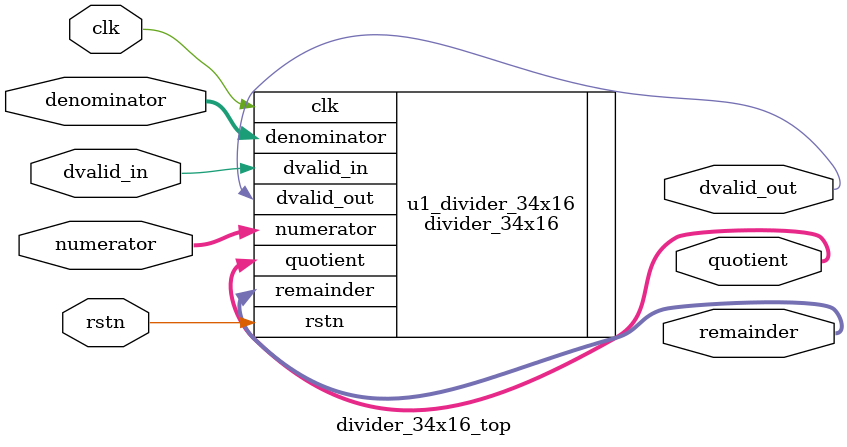
<source format=v>
`timescale 1ns/100ps

module divider_34x16_top (
               clk,
               rstn,
               //--------input
               dvalid_in,
               numerator,
               denominator,
               //--------output
               dvalid_out,
               quotient,
               remainder
        );

   input             clk;
   input             rstn;
   //--------input
   input             dvalid_in;
   input  [34-1:0]   numerator;
   input  [16-1:0]   denominator;
   //--------output
   output            dvalid_out;
   output [34-1:0]   quotient;
   output [16-1:0]   remainder;

divider_34x16 u1_divider_34x16 (
               .clk              (clk              ),
               .rstn             (rstn             ),
               //--------input
               .dvalid_in        (dvalid_in        ),
               .numerator        (numerator        ),
               .denominator      (denominator      ),
               //--------output
               .dvalid_out       (dvalid_out       ),
               .quotient         (quotient         ),
               .remainder        (remainder        )
    );

endmodule

</source>
